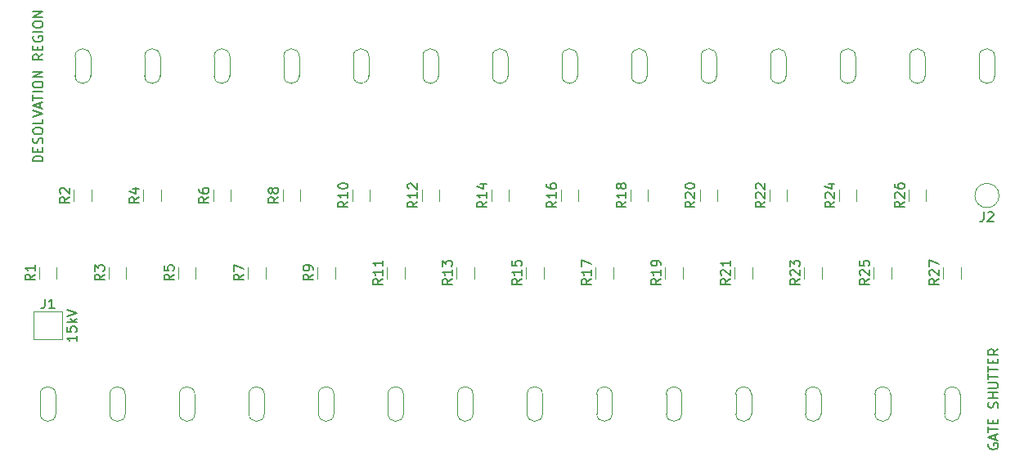
<source format=gto>
G04 #@! TF.GenerationSoftware,KiCad,Pcbnew,(5.1.5-0)*
G04 #@! TF.CreationDate,2020-06-12T16:48:31+02:00*
G04 #@! TF.ProjectId,Divider1,44697669-6465-4723-912e-6b696361645f,rev?*
G04 #@! TF.SameCoordinates,Original*
G04 #@! TF.FileFunction,Legend,Top*
G04 #@! TF.FilePolarity,Positive*
%FSLAX46Y46*%
G04 Gerber Fmt 4.6, Leading zero omitted, Abs format (unit mm)*
G04 Created by KiCad (PCBNEW (5.1.5-0)) date 2020-06-12 16:48:31*
%MOMM*%
%LPD*%
G04 APERTURE LIST*
%ADD10C,0.150000*%
%ADD11C,0.120000*%
G04 APERTURE END LIST*
D10*
X148400000Y-97719047D02*
X148352380Y-97814285D01*
X148352380Y-97957142D01*
X148400000Y-98100000D01*
X148495238Y-98195238D01*
X148590476Y-98242857D01*
X148780952Y-98290476D01*
X148923809Y-98290476D01*
X149114285Y-98242857D01*
X149209523Y-98195238D01*
X149304761Y-98100000D01*
X149352380Y-97957142D01*
X149352380Y-97861904D01*
X149304761Y-97719047D01*
X149257142Y-97671428D01*
X148923809Y-97671428D01*
X148923809Y-97861904D01*
X149066666Y-97290476D02*
X149066666Y-96814285D01*
X149352380Y-97385714D02*
X148352380Y-97052380D01*
X149352380Y-96719047D01*
X148352380Y-96528571D02*
X148352380Y-95957142D01*
X149352380Y-96242857D02*
X148352380Y-96242857D01*
X148828571Y-95623809D02*
X148828571Y-95290476D01*
X149352380Y-95147619D02*
X149352380Y-95623809D01*
X148352380Y-95623809D01*
X148352380Y-95147619D01*
X149304761Y-94004761D02*
X149352380Y-93861904D01*
X149352380Y-93623809D01*
X149304761Y-93528571D01*
X149257142Y-93480952D01*
X149161904Y-93433333D01*
X149066666Y-93433333D01*
X148971428Y-93480952D01*
X148923809Y-93528571D01*
X148876190Y-93623809D01*
X148828571Y-93814285D01*
X148780952Y-93909523D01*
X148733333Y-93957142D01*
X148638095Y-94004761D01*
X148542857Y-94004761D01*
X148447619Y-93957142D01*
X148400000Y-93909523D01*
X148352380Y-93814285D01*
X148352380Y-93576190D01*
X148400000Y-93433333D01*
X149352380Y-93004761D02*
X148352380Y-93004761D01*
X148828571Y-93004761D02*
X148828571Y-92433333D01*
X149352380Y-92433333D02*
X148352380Y-92433333D01*
X148352380Y-91957142D02*
X149161904Y-91957142D01*
X149257142Y-91909523D01*
X149304761Y-91861904D01*
X149352380Y-91766666D01*
X149352380Y-91576190D01*
X149304761Y-91480952D01*
X149257142Y-91433333D01*
X149161904Y-91385714D01*
X148352380Y-91385714D01*
X148352380Y-91052380D02*
X148352380Y-90480952D01*
X149352380Y-90766666D02*
X148352380Y-90766666D01*
X148352380Y-90290476D02*
X148352380Y-89719047D01*
X149352380Y-90004761D02*
X148352380Y-90004761D01*
X148828571Y-89385714D02*
X148828571Y-89052380D01*
X149352380Y-88909523D02*
X149352380Y-89385714D01*
X148352380Y-89385714D01*
X148352380Y-88909523D01*
X149352380Y-87909523D02*
X148876190Y-88242857D01*
X149352380Y-88480952D02*
X148352380Y-88480952D01*
X148352380Y-88100000D01*
X148400000Y-88004761D01*
X148447619Y-87957142D01*
X148542857Y-87909523D01*
X148685714Y-87909523D01*
X148780952Y-87957142D01*
X148828571Y-88004761D01*
X148876190Y-88100000D01*
X148876190Y-88480952D01*
X50452380Y-68461904D02*
X49452380Y-68461904D01*
X49452380Y-68223809D01*
X49500000Y-68080952D01*
X49595238Y-67985714D01*
X49690476Y-67938095D01*
X49880952Y-67890476D01*
X50023809Y-67890476D01*
X50214285Y-67938095D01*
X50309523Y-67985714D01*
X50404761Y-68080952D01*
X50452380Y-68223809D01*
X50452380Y-68461904D01*
X49928571Y-67461904D02*
X49928571Y-67128571D01*
X50452380Y-66985714D02*
X50452380Y-67461904D01*
X49452380Y-67461904D01*
X49452380Y-66985714D01*
X50404761Y-66604761D02*
X50452380Y-66461904D01*
X50452380Y-66223809D01*
X50404761Y-66128571D01*
X50357142Y-66080952D01*
X50261904Y-66033333D01*
X50166666Y-66033333D01*
X50071428Y-66080952D01*
X50023809Y-66128571D01*
X49976190Y-66223809D01*
X49928571Y-66414285D01*
X49880952Y-66509523D01*
X49833333Y-66557142D01*
X49738095Y-66604761D01*
X49642857Y-66604761D01*
X49547619Y-66557142D01*
X49500000Y-66509523D01*
X49452380Y-66414285D01*
X49452380Y-66176190D01*
X49500000Y-66033333D01*
X49452380Y-65414285D02*
X49452380Y-65223809D01*
X49500000Y-65128571D01*
X49595238Y-65033333D01*
X49785714Y-64985714D01*
X50119047Y-64985714D01*
X50309523Y-65033333D01*
X50404761Y-65128571D01*
X50452380Y-65223809D01*
X50452380Y-65414285D01*
X50404761Y-65509523D01*
X50309523Y-65604761D01*
X50119047Y-65652380D01*
X49785714Y-65652380D01*
X49595238Y-65604761D01*
X49500000Y-65509523D01*
X49452380Y-65414285D01*
X50452380Y-64080952D02*
X50452380Y-64557142D01*
X49452380Y-64557142D01*
X49452380Y-63890476D02*
X50452380Y-63557142D01*
X49452380Y-63223809D01*
X50166666Y-62938095D02*
X50166666Y-62461904D01*
X50452380Y-63033333D02*
X49452380Y-62700000D01*
X50452380Y-62366666D01*
X49452380Y-62176190D02*
X49452380Y-61604761D01*
X50452380Y-61890476D02*
X49452380Y-61890476D01*
X50452380Y-61271428D02*
X49452380Y-61271428D01*
X49452380Y-60604761D02*
X49452380Y-60414285D01*
X49500000Y-60319047D01*
X49595238Y-60223809D01*
X49785714Y-60176190D01*
X50119047Y-60176190D01*
X50309523Y-60223809D01*
X50404761Y-60319047D01*
X50452380Y-60414285D01*
X50452380Y-60604761D01*
X50404761Y-60700000D01*
X50309523Y-60795238D01*
X50119047Y-60842857D01*
X49785714Y-60842857D01*
X49595238Y-60795238D01*
X49500000Y-60700000D01*
X49452380Y-60604761D01*
X50452380Y-59747619D02*
X49452380Y-59747619D01*
X50452380Y-59176190D01*
X49452380Y-59176190D01*
X50452380Y-57366666D02*
X49976190Y-57700000D01*
X50452380Y-57938095D02*
X49452380Y-57938095D01*
X49452380Y-57557142D01*
X49500000Y-57461904D01*
X49547619Y-57414285D01*
X49642857Y-57366666D01*
X49785714Y-57366666D01*
X49880952Y-57414285D01*
X49928571Y-57461904D01*
X49976190Y-57557142D01*
X49976190Y-57938095D01*
X49928571Y-56938095D02*
X49928571Y-56604761D01*
X50452380Y-56461904D02*
X50452380Y-56938095D01*
X49452380Y-56938095D01*
X49452380Y-56461904D01*
X49500000Y-55509523D02*
X49452380Y-55604761D01*
X49452380Y-55747619D01*
X49500000Y-55890476D01*
X49595238Y-55985714D01*
X49690476Y-56033333D01*
X49880952Y-56080952D01*
X50023809Y-56080952D01*
X50214285Y-56033333D01*
X50309523Y-55985714D01*
X50404761Y-55890476D01*
X50452380Y-55747619D01*
X50452380Y-55652380D01*
X50404761Y-55509523D01*
X50357142Y-55461904D01*
X50023809Y-55461904D01*
X50023809Y-55652380D01*
X50452380Y-55033333D02*
X49452380Y-55033333D01*
X49452380Y-54366666D02*
X49452380Y-54176190D01*
X49500000Y-54080952D01*
X49595238Y-53985714D01*
X49785714Y-53938095D01*
X50119047Y-53938095D01*
X50309523Y-53985714D01*
X50404761Y-54080952D01*
X50452380Y-54176190D01*
X50452380Y-54366666D01*
X50404761Y-54461904D01*
X50309523Y-54557142D01*
X50119047Y-54604761D01*
X49785714Y-54604761D01*
X49595238Y-54557142D01*
X49500000Y-54461904D01*
X49452380Y-54366666D01*
X50452380Y-53509523D02*
X49452380Y-53509523D01*
X50452380Y-52938095D01*
X49452380Y-52938095D01*
X53952380Y-86523809D02*
X53952380Y-87095238D01*
X53952380Y-86809523D02*
X52952380Y-86809523D01*
X53095238Y-86904761D01*
X53190476Y-87000000D01*
X53238095Y-87095238D01*
X52952380Y-85619047D02*
X52952380Y-86095238D01*
X53428571Y-86142857D01*
X53380952Y-86095238D01*
X53333333Y-86000000D01*
X53333333Y-85761904D01*
X53380952Y-85666666D01*
X53428571Y-85619047D01*
X53523809Y-85571428D01*
X53761904Y-85571428D01*
X53857142Y-85619047D01*
X53904761Y-85666666D01*
X53952380Y-85761904D01*
X53952380Y-86000000D01*
X53904761Y-86095238D01*
X53857142Y-86142857D01*
X53952380Y-85142857D02*
X52952380Y-85142857D01*
X53571428Y-85047619D02*
X53952380Y-84761904D01*
X53285714Y-84761904D02*
X53666666Y-85142857D01*
X52952380Y-84476190D02*
X53952380Y-84142857D01*
X52952380Y-83809523D01*
D11*
X149451000Y-72000000D02*
G75*
G03X149451000Y-72000000I-1251000J0D01*
G01*
X52500000Y-84050000D02*
X49500000Y-84050000D01*
X52500000Y-86900000D02*
X52500000Y-84050000D01*
X49500000Y-86900000D02*
X49500000Y-84050000D01*
X52500000Y-86900000D02*
X49500000Y-86900000D01*
X51800000Y-94600000D02*
G75*
G02X50200000Y-94600000I-800000J0D01*
G01*
X50200000Y-92600000D02*
G75*
G02X51800000Y-92600000I800000J0D01*
G01*
X51800000Y-92600000D02*
X51800000Y-94600000D01*
X50200000Y-94600000D02*
X50200000Y-92600000D01*
X51910000Y-80602064D02*
X51910000Y-79397936D01*
X50090000Y-80602064D02*
X50090000Y-79397936D01*
X149000000Y-59600000D02*
G75*
G02X147400000Y-59600000I-800000J0D01*
G01*
X147400000Y-57600000D02*
G75*
G02X149000000Y-57600000I800000J0D01*
G01*
X149000000Y-57600000D02*
X149000000Y-59600000D01*
X147400000Y-59600000D02*
X147400000Y-57600000D01*
X141800000Y-59600000D02*
G75*
G02X140200000Y-59600000I-800000J0D01*
G01*
X140200000Y-57600000D02*
G75*
G02X141800000Y-57600000I800000J0D01*
G01*
X141800000Y-57600000D02*
X141800000Y-59600000D01*
X140200000Y-59600000D02*
X140200000Y-57600000D01*
X134600000Y-59600000D02*
G75*
G02X133000000Y-59600000I-800000J0D01*
G01*
X133000000Y-57600000D02*
G75*
G02X134600000Y-57600000I800000J0D01*
G01*
X134600000Y-57600000D02*
X134600000Y-59600000D01*
X133000000Y-59600000D02*
X133000000Y-57600000D01*
X127400000Y-59600000D02*
G75*
G02X125800000Y-59600000I-800000J0D01*
G01*
X125800000Y-57600000D02*
G75*
G02X127400000Y-57600000I800000J0D01*
G01*
X127400000Y-57600000D02*
X127400000Y-59600000D01*
X125800000Y-59600000D02*
X125800000Y-57600000D01*
X120200000Y-59600000D02*
G75*
G02X118600000Y-59600000I-800000J0D01*
G01*
X118600000Y-57600000D02*
G75*
G02X120200000Y-57600000I800000J0D01*
G01*
X120200000Y-57600000D02*
X120200000Y-59600000D01*
X118600000Y-59600000D02*
X118600000Y-57600000D01*
X113000000Y-59600000D02*
G75*
G02X111400000Y-59600000I-800000J0D01*
G01*
X111400000Y-57600000D02*
G75*
G02X113000000Y-57600000I800000J0D01*
G01*
X113000000Y-57600000D02*
X113000000Y-59600000D01*
X111400000Y-59600000D02*
X111400000Y-57600000D01*
X105800000Y-59600000D02*
G75*
G02X104200000Y-59600000I-800000J0D01*
G01*
X104200000Y-57600000D02*
G75*
G02X105800000Y-57600000I800000J0D01*
G01*
X105800000Y-57600000D02*
X105800000Y-59600000D01*
X104200000Y-59600000D02*
X104200000Y-57600000D01*
X98600000Y-59600000D02*
G75*
G02X97000000Y-59600000I-800000J0D01*
G01*
X97000000Y-57600000D02*
G75*
G02X98600000Y-57600000I800000J0D01*
G01*
X98600000Y-57600000D02*
X98600000Y-59600000D01*
X97000000Y-59600000D02*
X97000000Y-57600000D01*
X91400000Y-59600000D02*
G75*
G02X89800000Y-59600000I-800000J0D01*
G01*
X89800000Y-57600000D02*
G75*
G02X91400000Y-57600000I800000J0D01*
G01*
X91400000Y-57600000D02*
X91400000Y-59600000D01*
X89800000Y-59600000D02*
X89800000Y-57600000D01*
X84200000Y-59600000D02*
G75*
G02X82600000Y-59600000I-800000J0D01*
G01*
X82600000Y-57600000D02*
G75*
G02X84200000Y-57600000I800000J0D01*
G01*
X84200000Y-57600000D02*
X84200000Y-59600000D01*
X82600000Y-59600000D02*
X82600000Y-57600000D01*
X77000000Y-59600000D02*
G75*
G02X75400000Y-59600000I-800000J0D01*
G01*
X75400000Y-57600000D02*
G75*
G02X77000000Y-57600000I800000J0D01*
G01*
X77000000Y-57600000D02*
X77000000Y-59600000D01*
X75400000Y-59600000D02*
X75400000Y-57600000D01*
X69800000Y-59600000D02*
G75*
G02X68200000Y-59600000I-800000J0D01*
G01*
X68200000Y-57600000D02*
G75*
G02X69800000Y-57600000I800000J0D01*
G01*
X69800000Y-57600000D02*
X69800000Y-59600000D01*
X68200000Y-59600000D02*
X68200000Y-57600000D01*
X62600000Y-59600000D02*
G75*
G02X61000000Y-59600000I-800000J0D01*
G01*
X61000000Y-57600000D02*
G75*
G02X62600000Y-57600000I800000J0D01*
G01*
X62600000Y-57600000D02*
X62600000Y-59600000D01*
X61000000Y-59600000D02*
X61000000Y-57600000D01*
X55400000Y-59600000D02*
G75*
G02X53800000Y-59600000I-800000J0D01*
G01*
X53800000Y-57600000D02*
G75*
G02X55400000Y-57600000I800000J0D01*
G01*
X55400000Y-57600000D02*
X55400000Y-59600000D01*
X53800000Y-59600000D02*
X53800000Y-57600000D01*
X143800000Y-94600000D02*
X143800000Y-92600000D01*
X145400000Y-92600000D02*
X145400000Y-94600000D01*
X143800000Y-92600000D02*
G75*
G02X145400000Y-92600000I800000J0D01*
G01*
X145400000Y-94600000D02*
G75*
G02X143800000Y-94600000I-800000J0D01*
G01*
X136600000Y-94600000D02*
X136600000Y-92600000D01*
X138200000Y-92600000D02*
X138200000Y-94600000D01*
X136600000Y-92600000D02*
G75*
G02X138200000Y-92600000I800000J0D01*
G01*
X138200000Y-94600000D02*
G75*
G02X136600000Y-94600000I-800000J0D01*
G01*
X129400000Y-94600000D02*
X129400000Y-92600000D01*
X131000000Y-92600000D02*
X131000000Y-94600000D01*
X129400000Y-92600000D02*
G75*
G02X131000000Y-92600000I800000J0D01*
G01*
X131000000Y-94600000D02*
G75*
G02X129400000Y-94600000I-800000J0D01*
G01*
X122200000Y-94600000D02*
X122200000Y-92600000D01*
X123800000Y-92600000D02*
X123800000Y-94600000D01*
X122200000Y-92600000D02*
G75*
G02X123800000Y-92600000I800000J0D01*
G01*
X123800000Y-94600000D02*
G75*
G02X122200000Y-94600000I-800000J0D01*
G01*
X115000000Y-94600000D02*
X115000000Y-92600000D01*
X116600000Y-92600000D02*
X116600000Y-94600000D01*
X115000000Y-92600000D02*
G75*
G02X116600000Y-92600000I800000J0D01*
G01*
X116600000Y-94600000D02*
G75*
G02X115000000Y-94600000I-800000J0D01*
G01*
X107800000Y-94600000D02*
X107800000Y-92600000D01*
X109400000Y-92600000D02*
X109400000Y-94600000D01*
X107800000Y-92600000D02*
G75*
G02X109400000Y-92600000I800000J0D01*
G01*
X109400000Y-94600000D02*
G75*
G02X107800000Y-94600000I-800000J0D01*
G01*
X100600000Y-94600000D02*
X100600000Y-92600000D01*
X102200000Y-92600000D02*
X102200000Y-94600000D01*
X100600000Y-92600000D02*
G75*
G02X102200000Y-92600000I800000J0D01*
G01*
X102200000Y-94600000D02*
G75*
G02X100600000Y-94600000I-800000J0D01*
G01*
X93400000Y-94600000D02*
X93400000Y-92600000D01*
X95000000Y-92600000D02*
X95000000Y-94600000D01*
X93400000Y-92600000D02*
G75*
G02X95000000Y-92600000I800000J0D01*
G01*
X95000000Y-94600000D02*
G75*
G02X93400000Y-94600000I-800000J0D01*
G01*
X86200000Y-94600000D02*
X86200000Y-92600000D01*
X87800000Y-92600000D02*
X87800000Y-94600000D01*
X86200000Y-92600000D02*
G75*
G02X87800000Y-92600000I800000J0D01*
G01*
X87800000Y-94600000D02*
G75*
G02X86200000Y-94600000I-800000J0D01*
G01*
X79000000Y-94600000D02*
X79000000Y-92600000D01*
X80600000Y-92600000D02*
X80600000Y-94600000D01*
X79000000Y-92600000D02*
G75*
G02X80600000Y-92600000I800000J0D01*
G01*
X80600000Y-94600000D02*
G75*
G02X79000000Y-94600000I-800000J0D01*
G01*
X71800000Y-94600000D02*
X71800000Y-92600000D01*
X73400000Y-92600000D02*
X73400000Y-94600000D01*
X71800000Y-92600000D02*
G75*
G02X73400000Y-92600000I800000J0D01*
G01*
X73400000Y-94600000D02*
G75*
G02X71800000Y-94600000I-800000J0D01*
G01*
X64600000Y-94600000D02*
X64600000Y-92600000D01*
X66200000Y-92600000D02*
X66200000Y-94600000D01*
X64600000Y-92600000D02*
G75*
G02X66200000Y-92600000I800000J0D01*
G01*
X66200000Y-94600000D02*
G75*
G02X64600000Y-94600000I-800000J0D01*
G01*
X57400000Y-94600000D02*
X57400000Y-92600000D01*
X59000000Y-92600000D02*
X59000000Y-94600000D01*
X57400000Y-92600000D02*
G75*
G02X59000000Y-92600000I800000J0D01*
G01*
X59000000Y-94600000D02*
G75*
G02X57400000Y-94600000I-800000J0D01*
G01*
X145510000Y-80602064D02*
X145510000Y-79397936D01*
X143690000Y-80602064D02*
X143690000Y-79397936D01*
X138310000Y-80602064D02*
X138310000Y-79397936D01*
X136490000Y-80602064D02*
X136490000Y-79397936D01*
X131110000Y-80602064D02*
X131110000Y-79397936D01*
X129290000Y-80602064D02*
X129290000Y-79397936D01*
X123910000Y-80602064D02*
X123910000Y-79397936D01*
X122090000Y-80602064D02*
X122090000Y-79397936D01*
X116710000Y-80602064D02*
X116710000Y-79397936D01*
X114890000Y-80602064D02*
X114890000Y-79397936D01*
X109510000Y-80602064D02*
X109510000Y-79397936D01*
X107690000Y-80602064D02*
X107690000Y-79397936D01*
X102310000Y-80602064D02*
X102310000Y-79397936D01*
X100490000Y-80602064D02*
X100490000Y-79397936D01*
X95110000Y-80602064D02*
X95110000Y-79397936D01*
X93290000Y-80602064D02*
X93290000Y-79397936D01*
X87910000Y-80602064D02*
X87910000Y-79397936D01*
X86090000Y-80602064D02*
X86090000Y-79397936D01*
X80710000Y-80602064D02*
X80710000Y-79397936D01*
X78890000Y-80602064D02*
X78890000Y-79397936D01*
X73510000Y-80602064D02*
X73510000Y-79397936D01*
X71690000Y-80602064D02*
X71690000Y-79397936D01*
X66310000Y-80602064D02*
X66310000Y-79397936D01*
X64490000Y-80602064D02*
X64490000Y-79397936D01*
X59110000Y-80602064D02*
X59110000Y-79397936D01*
X57290000Y-80602064D02*
X57290000Y-79397936D01*
X141910000Y-72602064D02*
X141910000Y-71397936D01*
X140090000Y-72602064D02*
X140090000Y-71397936D01*
X134710000Y-72602064D02*
X134710000Y-71397936D01*
X132890000Y-72602064D02*
X132890000Y-71397936D01*
X127510000Y-72602064D02*
X127510000Y-71397936D01*
X125690000Y-72602064D02*
X125690000Y-71397936D01*
X120310000Y-72602064D02*
X120310000Y-71397936D01*
X118490000Y-72602064D02*
X118490000Y-71397936D01*
X113110000Y-72602064D02*
X113110000Y-71397936D01*
X111290000Y-72602064D02*
X111290000Y-71397936D01*
X105910000Y-72602064D02*
X105910000Y-71397936D01*
X104090000Y-72602064D02*
X104090000Y-71397936D01*
X98710000Y-72602064D02*
X98710000Y-71397936D01*
X96890000Y-72602064D02*
X96890000Y-71397936D01*
X91510000Y-72602064D02*
X91510000Y-71397936D01*
X89690000Y-72602064D02*
X89690000Y-71397936D01*
X84310000Y-72602064D02*
X84310000Y-71397936D01*
X82490000Y-72602064D02*
X82490000Y-71397936D01*
X77110000Y-72602064D02*
X77110000Y-71397936D01*
X75290000Y-72602064D02*
X75290000Y-71397936D01*
X69910000Y-72602064D02*
X69910000Y-71397936D01*
X68090000Y-72602064D02*
X68090000Y-71397936D01*
X62710000Y-72602064D02*
X62710000Y-71397936D01*
X60890000Y-72602064D02*
X60890000Y-71397936D01*
X55510000Y-72602064D02*
X55510000Y-71397936D01*
X53690000Y-72602064D02*
X53690000Y-71397936D01*
D10*
X147866666Y-73702380D02*
X147866666Y-74416666D01*
X147819047Y-74559523D01*
X147723809Y-74654761D01*
X147580952Y-74702380D01*
X147485714Y-74702380D01*
X148295238Y-73797619D02*
X148342857Y-73750000D01*
X148438095Y-73702380D01*
X148676190Y-73702380D01*
X148771428Y-73750000D01*
X148819047Y-73797619D01*
X148866666Y-73892857D01*
X148866666Y-73988095D01*
X148819047Y-74130952D01*
X148247619Y-74702380D01*
X148866666Y-74702380D01*
X50666666Y-82702380D02*
X50666666Y-83416666D01*
X50619047Y-83559523D01*
X50523809Y-83654761D01*
X50380952Y-83702380D01*
X50285714Y-83702380D01*
X51666666Y-83702380D02*
X51095238Y-83702380D01*
X51380952Y-83702380D02*
X51380952Y-82702380D01*
X51285714Y-82845238D01*
X51190476Y-82940476D01*
X51095238Y-82988095D01*
X49632380Y-80166666D02*
X49156190Y-80500000D01*
X49632380Y-80738095D02*
X48632380Y-80738095D01*
X48632380Y-80357142D01*
X48680000Y-80261904D01*
X48727619Y-80214285D01*
X48822857Y-80166666D01*
X48965714Y-80166666D01*
X49060952Y-80214285D01*
X49108571Y-80261904D01*
X49156190Y-80357142D01*
X49156190Y-80738095D01*
X49632380Y-79214285D02*
X49632380Y-79785714D01*
X49632380Y-79500000D02*
X48632380Y-79500000D01*
X48775238Y-79595238D01*
X48870476Y-79690476D01*
X48918095Y-79785714D01*
X143232380Y-80642857D02*
X142756190Y-80976190D01*
X143232380Y-81214285D02*
X142232380Y-81214285D01*
X142232380Y-80833333D01*
X142280000Y-80738095D01*
X142327619Y-80690476D01*
X142422857Y-80642857D01*
X142565714Y-80642857D01*
X142660952Y-80690476D01*
X142708571Y-80738095D01*
X142756190Y-80833333D01*
X142756190Y-81214285D01*
X142327619Y-80261904D02*
X142280000Y-80214285D01*
X142232380Y-80119047D01*
X142232380Y-79880952D01*
X142280000Y-79785714D01*
X142327619Y-79738095D01*
X142422857Y-79690476D01*
X142518095Y-79690476D01*
X142660952Y-79738095D01*
X143232380Y-80309523D01*
X143232380Y-79690476D01*
X142232380Y-79357142D02*
X142232380Y-78690476D01*
X143232380Y-79119047D01*
X136032380Y-80642857D02*
X135556190Y-80976190D01*
X136032380Y-81214285D02*
X135032380Y-81214285D01*
X135032380Y-80833333D01*
X135080000Y-80738095D01*
X135127619Y-80690476D01*
X135222857Y-80642857D01*
X135365714Y-80642857D01*
X135460952Y-80690476D01*
X135508571Y-80738095D01*
X135556190Y-80833333D01*
X135556190Y-81214285D01*
X135127619Y-80261904D02*
X135080000Y-80214285D01*
X135032380Y-80119047D01*
X135032380Y-79880952D01*
X135080000Y-79785714D01*
X135127619Y-79738095D01*
X135222857Y-79690476D01*
X135318095Y-79690476D01*
X135460952Y-79738095D01*
X136032380Y-80309523D01*
X136032380Y-79690476D01*
X135032380Y-78785714D02*
X135032380Y-79261904D01*
X135508571Y-79309523D01*
X135460952Y-79261904D01*
X135413333Y-79166666D01*
X135413333Y-78928571D01*
X135460952Y-78833333D01*
X135508571Y-78785714D01*
X135603809Y-78738095D01*
X135841904Y-78738095D01*
X135937142Y-78785714D01*
X135984761Y-78833333D01*
X136032380Y-78928571D01*
X136032380Y-79166666D01*
X135984761Y-79261904D01*
X135937142Y-79309523D01*
X128832380Y-80642857D02*
X128356190Y-80976190D01*
X128832380Y-81214285D02*
X127832380Y-81214285D01*
X127832380Y-80833333D01*
X127880000Y-80738095D01*
X127927619Y-80690476D01*
X128022857Y-80642857D01*
X128165714Y-80642857D01*
X128260952Y-80690476D01*
X128308571Y-80738095D01*
X128356190Y-80833333D01*
X128356190Y-81214285D01*
X127927619Y-80261904D02*
X127880000Y-80214285D01*
X127832380Y-80119047D01*
X127832380Y-79880952D01*
X127880000Y-79785714D01*
X127927619Y-79738095D01*
X128022857Y-79690476D01*
X128118095Y-79690476D01*
X128260952Y-79738095D01*
X128832380Y-80309523D01*
X128832380Y-79690476D01*
X127832380Y-79357142D02*
X127832380Y-78738095D01*
X128213333Y-79071428D01*
X128213333Y-78928571D01*
X128260952Y-78833333D01*
X128308571Y-78785714D01*
X128403809Y-78738095D01*
X128641904Y-78738095D01*
X128737142Y-78785714D01*
X128784761Y-78833333D01*
X128832380Y-78928571D01*
X128832380Y-79214285D01*
X128784761Y-79309523D01*
X128737142Y-79357142D01*
X121632380Y-80642857D02*
X121156190Y-80976190D01*
X121632380Y-81214285D02*
X120632380Y-81214285D01*
X120632380Y-80833333D01*
X120680000Y-80738095D01*
X120727619Y-80690476D01*
X120822857Y-80642857D01*
X120965714Y-80642857D01*
X121060952Y-80690476D01*
X121108571Y-80738095D01*
X121156190Y-80833333D01*
X121156190Y-81214285D01*
X120727619Y-80261904D02*
X120680000Y-80214285D01*
X120632380Y-80119047D01*
X120632380Y-79880952D01*
X120680000Y-79785714D01*
X120727619Y-79738095D01*
X120822857Y-79690476D01*
X120918095Y-79690476D01*
X121060952Y-79738095D01*
X121632380Y-80309523D01*
X121632380Y-79690476D01*
X121632380Y-78738095D02*
X121632380Y-79309523D01*
X121632380Y-79023809D02*
X120632380Y-79023809D01*
X120775238Y-79119047D01*
X120870476Y-79214285D01*
X120918095Y-79309523D01*
X114432380Y-80642857D02*
X113956190Y-80976190D01*
X114432380Y-81214285D02*
X113432380Y-81214285D01*
X113432380Y-80833333D01*
X113480000Y-80738095D01*
X113527619Y-80690476D01*
X113622857Y-80642857D01*
X113765714Y-80642857D01*
X113860952Y-80690476D01*
X113908571Y-80738095D01*
X113956190Y-80833333D01*
X113956190Y-81214285D01*
X114432380Y-79690476D02*
X114432380Y-80261904D01*
X114432380Y-79976190D02*
X113432380Y-79976190D01*
X113575238Y-80071428D01*
X113670476Y-80166666D01*
X113718095Y-80261904D01*
X114432380Y-79214285D02*
X114432380Y-79023809D01*
X114384761Y-78928571D01*
X114337142Y-78880952D01*
X114194285Y-78785714D01*
X114003809Y-78738095D01*
X113622857Y-78738095D01*
X113527619Y-78785714D01*
X113480000Y-78833333D01*
X113432380Y-78928571D01*
X113432380Y-79119047D01*
X113480000Y-79214285D01*
X113527619Y-79261904D01*
X113622857Y-79309523D01*
X113860952Y-79309523D01*
X113956190Y-79261904D01*
X114003809Y-79214285D01*
X114051428Y-79119047D01*
X114051428Y-78928571D01*
X114003809Y-78833333D01*
X113956190Y-78785714D01*
X113860952Y-78738095D01*
X107232380Y-80642857D02*
X106756190Y-80976190D01*
X107232380Y-81214285D02*
X106232380Y-81214285D01*
X106232380Y-80833333D01*
X106280000Y-80738095D01*
X106327619Y-80690476D01*
X106422857Y-80642857D01*
X106565714Y-80642857D01*
X106660952Y-80690476D01*
X106708571Y-80738095D01*
X106756190Y-80833333D01*
X106756190Y-81214285D01*
X107232380Y-79690476D02*
X107232380Y-80261904D01*
X107232380Y-79976190D02*
X106232380Y-79976190D01*
X106375238Y-80071428D01*
X106470476Y-80166666D01*
X106518095Y-80261904D01*
X106232380Y-79357142D02*
X106232380Y-78690476D01*
X107232380Y-79119047D01*
X100032380Y-80642857D02*
X99556190Y-80976190D01*
X100032380Y-81214285D02*
X99032380Y-81214285D01*
X99032380Y-80833333D01*
X99080000Y-80738095D01*
X99127619Y-80690476D01*
X99222857Y-80642857D01*
X99365714Y-80642857D01*
X99460952Y-80690476D01*
X99508571Y-80738095D01*
X99556190Y-80833333D01*
X99556190Y-81214285D01*
X100032380Y-79690476D02*
X100032380Y-80261904D01*
X100032380Y-79976190D02*
X99032380Y-79976190D01*
X99175238Y-80071428D01*
X99270476Y-80166666D01*
X99318095Y-80261904D01*
X99032380Y-78785714D02*
X99032380Y-79261904D01*
X99508571Y-79309523D01*
X99460952Y-79261904D01*
X99413333Y-79166666D01*
X99413333Y-78928571D01*
X99460952Y-78833333D01*
X99508571Y-78785714D01*
X99603809Y-78738095D01*
X99841904Y-78738095D01*
X99937142Y-78785714D01*
X99984761Y-78833333D01*
X100032380Y-78928571D01*
X100032380Y-79166666D01*
X99984761Y-79261904D01*
X99937142Y-79309523D01*
X92832380Y-80642857D02*
X92356190Y-80976190D01*
X92832380Y-81214285D02*
X91832380Y-81214285D01*
X91832380Y-80833333D01*
X91880000Y-80738095D01*
X91927619Y-80690476D01*
X92022857Y-80642857D01*
X92165714Y-80642857D01*
X92260952Y-80690476D01*
X92308571Y-80738095D01*
X92356190Y-80833333D01*
X92356190Y-81214285D01*
X92832380Y-79690476D02*
X92832380Y-80261904D01*
X92832380Y-79976190D02*
X91832380Y-79976190D01*
X91975238Y-80071428D01*
X92070476Y-80166666D01*
X92118095Y-80261904D01*
X91832380Y-79357142D02*
X91832380Y-78738095D01*
X92213333Y-79071428D01*
X92213333Y-78928571D01*
X92260952Y-78833333D01*
X92308571Y-78785714D01*
X92403809Y-78738095D01*
X92641904Y-78738095D01*
X92737142Y-78785714D01*
X92784761Y-78833333D01*
X92832380Y-78928571D01*
X92832380Y-79214285D01*
X92784761Y-79309523D01*
X92737142Y-79357142D01*
X85632380Y-80642857D02*
X85156190Y-80976190D01*
X85632380Y-81214285D02*
X84632380Y-81214285D01*
X84632380Y-80833333D01*
X84680000Y-80738095D01*
X84727619Y-80690476D01*
X84822857Y-80642857D01*
X84965714Y-80642857D01*
X85060952Y-80690476D01*
X85108571Y-80738095D01*
X85156190Y-80833333D01*
X85156190Y-81214285D01*
X85632380Y-79690476D02*
X85632380Y-80261904D01*
X85632380Y-79976190D02*
X84632380Y-79976190D01*
X84775238Y-80071428D01*
X84870476Y-80166666D01*
X84918095Y-80261904D01*
X85632380Y-78738095D02*
X85632380Y-79309523D01*
X85632380Y-79023809D02*
X84632380Y-79023809D01*
X84775238Y-79119047D01*
X84870476Y-79214285D01*
X84918095Y-79309523D01*
X78432380Y-80166666D02*
X77956190Y-80500000D01*
X78432380Y-80738095D02*
X77432380Y-80738095D01*
X77432380Y-80357142D01*
X77480000Y-80261904D01*
X77527619Y-80214285D01*
X77622857Y-80166666D01*
X77765714Y-80166666D01*
X77860952Y-80214285D01*
X77908571Y-80261904D01*
X77956190Y-80357142D01*
X77956190Y-80738095D01*
X78432380Y-79690476D02*
X78432380Y-79500000D01*
X78384761Y-79404761D01*
X78337142Y-79357142D01*
X78194285Y-79261904D01*
X78003809Y-79214285D01*
X77622857Y-79214285D01*
X77527619Y-79261904D01*
X77480000Y-79309523D01*
X77432380Y-79404761D01*
X77432380Y-79595238D01*
X77480000Y-79690476D01*
X77527619Y-79738095D01*
X77622857Y-79785714D01*
X77860952Y-79785714D01*
X77956190Y-79738095D01*
X78003809Y-79690476D01*
X78051428Y-79595238D01*
X78051428Y-79404761D01*
X78003809Y-79309523D01*
X77956190Y-79261904D01*
X77860952Y-79214285D01*
X71232380Y-80166666D02*
X70756190Y-80500000D01*
X71232380Y-80738095D02*
X70232380Y-80738095D01*
X70232380Y-80357142D01*
X70280000Y-80261904D01*
X70327619Y-80214285D01*
X70422857Y-80166666D01*
X70565714Y-80166666D01*
X70660952Y-80214285D01*
X70708571Y-80261904D01*
X70756190Y-80357142D01*
X70756190Y-80738095D01*
X70232380Y-79833333D02*
X70232380Y-79166666D01*
X71232380Y-79595238D01*
X64032380Y-80166666D02*
X63556190Y-80500000D01*
X64032380Y-80738095D02*
X63032380Y-80738095D01*
X63032380Y-80357142D01*
X63080000Y-80261904D01*
X63127619Y-80214285D01*
X63222857Y-80166666D01*
X63365714Y-80166666D01*
X63460952Y-80214285D01*
X63508571Y-80261904D01*
X63556190Y-80357142D01*
X63556190Y-80738095D01*
X63032380Y-79261904D02*
X63032380Y-79738095D01*
X63508571Y-79785714D01*
X63460952Y-79738095D01*
X63413333Y-79642857D01*
X63413333Y-79404761D01*
X63460952Y-79309523D01*
X63508571Y-79261904D01*
X63603809Y-79214285D01*
X63841904Y-79214285D01*
X63937142Y-79261904D01*
X63984761Y-79309523D01*
X64032380Y-79404761D01*
X64032380Y-79642857D01*
X63984761Y-79738095D01*
X63937142Y-79785714D01*
X56832380Y-80166666D02*
X56356190Y-80500000D01*
X56832380Y-80738095D02*
X55832380Y-80738095D01*
X55832380Y-80357142D01*
X55880000Y-80261904D01*
X55927619Y-80214285D01*
X56022857Y-80166666D01*
X56165714Y-80166666D01*
X56260952Y-80214285D01*
X56308571Y-80261904D01*
X56356190Y-80357142D01*
X56356190Y-80738095D01*
X55832380Y-79833333D02*
X55832380Y-79214285D01*
X56213333Y-79547619D01*
X56213333Y-79404761D01*
X56260952Y-79309523D01*
X56308571Y-79261904D01*
X56403809Y-79214285D01*
X56641904Y-79214285D01*
X56737142Y-79261904D01*
X56784761Y-79309523D01*
X56832380Y-79404761D01*
X56832380Y-79690476D01*
X56784761Y-79785714D01*
X56737142Y-79833333D01*
X139632380Y-72642857D02*
X139156190Y-72976190D01*
X139632380Y-73214285D02*
X138632380Y-73214285D01*
X138632380Y-72833333D01*
X138680000Y-72738095D01*
X138727619Y-72690476D01*
X138822857Y-72642857D01*
X138965714Y-72642857D01*
X139060952Y-72690476D01*
X139108571Y-72738095D01*
X139156190Y-72833333D01*
X139156190Y-73214285D01*
X138727619Y-72261904D02*
X138680000Y-72214285D01*
X138632380Y-72119047D01*
X138632380Y-71880952D01*
X138680000Y-71785714D01*
X138727619Y-71738095D01*
X138822857Y-71690476D01*
X138918095Y-71690476D01*
X139060952Y-71738095D01*
X139632380Y-72309523D01*
X139632380Y-71690476D01*
X138632380Y-70833333D02*
X138632380Y-71023809D01*
X138680000Y-71119047D01*
X138727619Y-71166666D01*
X138870476Y-71261904D01*
X139060952Y-71309523D01*
X139441904Y-71309523D01*
X139537142Y-71261904D01*
X139584761Y-71214285D01*
X139632380Y-71119047D01*
X139632380Y-70928571D01*
X139584761Y-70833333D01*
X139537142Y-70785714D01*
X139441904Y-70738095D01*
X139203809Y-70738095D01*
X139108571Y-70785714D01*
X139060952Y-70833333D01*
X139013333Y-70928571D01*
X139013333Y-71119047D01*
X139060952Y-71214285D01*
X139108571Y-71261904D01*
X139203809Y-71309523D01*
X132432380Y-72642857D02*
X131956190Y-72976190D01*
X132432380Y-73214285D02*
X131432380Y-73214285D01*
X131432380Y-72833333D01*
X131480000Y-72738095D01*
X131527619Y-72690476D01*
X131622857Y-72642857D01*
X131765714Y-72642857D01*
X131860952Y-72690476D01*
X131908571Y-72738095D01*
X131956190Y-72833333D01*
X131956190Y-73214285D01*
X131527619Y-72261904D02*
X131480000Y-72214285D01*
X131432380Y-72119047D01*
X131432380Y-71880952D01*
X131480000Y-71785714D01*
X131527619Y-71738095D01*
X131622857Y-71690476D01*
X131718095Y-71690476D01*
X131860952Y-71738095D01*
X132432380Y-72309523D01*
X132432380Y-71690476D01*
X131765714Y-70833333D02*
X132432380Y-70833333D01*
X131384761Y-71071428D02*
X132099047Y-71309523D01*
X132099047Y-70690476D01*
X125232380Y-72642857D02*
X124756190Y-72976190D01*
X125232380Y-73214285D02*
X124232380Y-73214285D01*
X124232380Y-72833333D01*
X124280000Y-72738095D01*
X124327619Y-72690476D01*
X124422857Y-72642857D01*
X124565714Y-72642857D01*
X124660952Y-72690476D01*
X124708571Y-72738095D01*
X124756190Y-72833333D01*
X124756190Y-73214285D01*
X124327619Y-72261904D02*
X124280000Y-72214285D01*
X124232380Y-72119047D01*
X124232380Y-71880952D01*
X124280000Y-71785714D01*
X124327619Y-71738095D01*
X124422857Y-71690476D01*
X124518095Y-71690476D01*
X124660952Y-71738095D01*
X125232380Y-72309523D01*
X125232380Y-71690476D01*
X124327619Y-71309523D02*
X124280000Y-71261904D01*
X124232380Y-71166666D01*
X124232380Y-70928571D01*
X124280000Y-70833333D01*
X124327619Y-70785714D01*
X124422857Y-70738095D01*
X124518095Y-70738095D01*
X124660952Y-70785714D01*
X125232380Y-71357142D01*
X125232380Y-70738095D01*
X117952380Y-72642857D02*
X117476190Y-72976190D01*
X117952380Y-73214285D02*
X116952380Y-73214285D01*
X116952380Y-72833333D01*
X117000000Y-72738095D01*
X117047619Y-72690476D01*
X117142857Y-72642857D01*
X117285714Y-72642857D01*
X117380952Y-72690476D01*
X117428571Y-72738095D01*
X117476190Y-72833333D01*
X117476190Y-73214285D01*
X117047619Y-72261904D02*
X117000000Y-72214285D01*
X116952380Y-72119047D01*
X116952380Y-71880952D01*
X117000000Y-71785714D01*
X117047619Y-71738095D01*
X117142857Y-71690476D01*
X117238095Y-71690476D01*
X117380952Y-71738095D01*
X117952380Y-72309523D01*
X117952380Y-71690476D01*
X116952380Y-71071428D02*
X116952380Y-70976190D01*
X117000000Y-70880952D01*
X117047619Y-70833333D01*
X117142857Y-70785714D01*
X117333333Y-70738095D01*
X117571428Y-70738095D01*
X117761904Y-70785714D01*
X117857142Y-70833333D01*
X117904761Y-70880952D01*
X117952380Y-70976190D01*
X117952380Y-71071428D01*
X117904761Y-71166666D01*
X117857142Y-71214285D01*
X117761904Y-71261904D01*
X117571428Y-71309523D01*
X117333333Y-71309523D01*
X117142857Y-71261904D01*
X117047619Y-71214285D01*
X117000000Y-71166666D01*
X116952380Y-71071428D01*
X110832380Y-72642857D02*
X110356190Y-72976190D01*
X110832380Y-73214285D02*
X109832380Y-73214285D01*
X109832380Y-72833333D01*
X109880000Y-72738095D01*
X109927619Y-72690476D01*
X110022857Y-72642857D01*
X110165714Y-72642857D01*
X110260952Y-72690476D01*
X110308571Y-72738095D01*
X110356190Y-72833333D01*
X110356190Y-73214285D01*
X110832380Y-71690476D02*
X110832380Y-72261904D01*
X110832380Y-71976190D02*
X109832380Y-71976190D01*
X109975238Y-72071428D01*
X110070476Y-72166666D01*
X110118095Y-72261904D01*
X110260952Y-71119047D02*
X110213333Y-71214285D01*
X110165714Y-71261904D01*
X110070476Y-71309523D01*
X110022857Y-71309523D01*
X109927619Y-71261904D01*
X109880000Y-71214285D01*
X109832380Y-71119047D01*
X109832380Y-70928571D01*
X109880000Y-70833333D01*
X109927619Y-70785714D01*
X110022857Y-70738095D01*
X110070476Y-70738095D01*
X110165714Y-70785714D01*
X110213333Y-70833333D01*
X110260952Y-70928571D01*
X110260952Y-71119047D01*
X110308571Y-71214285D01*
X110356190Y-71261904D01*
X110451428Y-71309523D01*
X110641904Y-71309523D01*
X110737142Y-71261904D01*
X110784761Y-71214285D01*
X110832380Y-71119047D01*
X110832380Y-70928571D01*
X110784761Y-70833333D01*
X110737142Y-70785714D01*
X110641904Y-70738095D01*
X110451428Y-70738095D01*
X110356190Y-70785714D01*
X110308571Y-70833333D01*
X110260952Y-70928571D01*
X103632380Y-72642857D02*
X103156190Y-72976190D01*
X103632380Y-73214285D02*
X102632380Y-73214285D01*
X102632380Y-72833333D01*
X102680000Y-72738095D01*
X102727619Y-72690476D01*
X102822857Y-72642857D01*
X102965714Y-72642857D01*
X103060952Y-72690476D01*
X103108571Y-72738095D01*
X103156190Y-72833333D01*
X103156190Y-73214285D01*
X103632380Y-71690476D02*
X103632380Y-72261904D01*
X103632380Y-71976190D02*
X102632380Y-71976190D01*
X102775238Y-72071428D01*
X102870476Y-72166666D01*
X102918095Y-72261904D01*
X102632380Y-70833333D02*
X102632380Y-71023809D01*
X102680000Y-71119047D01*
X102727619Y-71166666D01*
X102870476Y-71261904D01*
X103060952Y-71309523D01*
X103441904Y-71309523D01*
X103537142Y-71261904D01*
X103584761Y-71214285D01*
X103632380Y-71119047D01*
X103632380Y-70928571D01*
X103584761Y-70833333D01*
X103537142Y-70785714D01*
X103441904Y-70738095D01*
X103203809Y-70738095D01*
X103108571Y-70785714D01*
X103060952Y-70833333D01*
X103013333Y-70928571D01*
X103013333Y-71119047D01*
X103060952Y-71214285D01*
X103108571Y-71261904D01*
X103203809Y-71309523D01*
X96432380Y-72642857D02*
X95956190Y-72976190D01*
X96432380Y-73214285D02*
X95432380Y-73214285D01*
X95432380Y-72833333D01*
X95480000Y-72738095D01*
X95527619Y-72690476D01*
X95622857Y-72642857D01*
X95765714Y-72642857D01*
X95860952Y-72690476D01*
X95908571Y-72738095D01*
X95956190Y-72833333D01*
X95956190Y-73214285D01*
X96432380Y-71690476D02*
X96432380Y-72261904D01*
X96432380Y-71976190D02*
X95432380Y-71976190D01*
X95575238Y-72071428D01*
X95670476Y-72166666D01*
X95718095Y-72261904D01*
X95765714Y-70833333D02*
X96432380Y-70833333D01*
X95384761Y-71071428D02*
X96099047Y-71309523D01*
X96099047Y-70690476D01*
X89232380Y-72642857D02*
X88756190Y-72976190D01*
X89232380Y-73214285D02*
X88232380Y-73214285D01*
X88232380Y-72833333D01*
X88280000Y-72738095D01*
X88327619Y-72690476D01*
X88422857Y-72642857D01*
X88565714Y-72642857D01*
X88660952Y-72690476D01*
X88708571Y-72738095D01*
X88756190Y-72833333D01*
X88756190Y-73214285D01*
X89232380Y-71690476D02*
X89232380Y-72261904D01*
X89232380Y-71976190D02*
X88232380Y-71976190D01*
X88375238Y-72071428D01*
X88470476Y-72166666D01*
X88518095Y-72261904D01*
X88327619Y-71309523D02*
X88280000Y-71261904D01*
X88232380Y-71166666D01*
X88232380Y-70928571D01*
X88280000Y-70833333D01*
X88327619Y-70785714D01*
X88422857Y-70738095D01*
X88518095Y-70738095D01*
X88660952Y-70785714D01*
X89232380Y-71357142D01*
X89232380Y-70738095D01*
X82032380Y-72642857D02*
X81556190Y-72976190D01*
X82032380Y-73214285D02*
X81032380Y-73214285D01*
X81032380Y-72833333D01*
X81080000Y-72738095D01*
X81127619Y-72690476D01*
X81222857Y-72642857D01*
X81365714Y-72642857D01*
X81460952Y-72690476D01*
X81508571Y-72738095D01*
X81556190Y-72833333D01*
X81556190Y-73214285D01*
X82032380Y-71690476D02*
X82032380Y-72261904D01*
X82032380Y-71976190D02*
X81032380Y-71976190D01*
X81175238Y-72071428D01*
X81270476Y-72166666D01*
X81318095Y-72261904D01*
X81032380Y-71071428D02*
X81032380Y-70976190D01*
X81080000Y-70880952D01*
X81127619Y-70833333D01*
X81222857Y-70785714D01*
X81413333Y-70738095D01*
X81651428Y-70738095D01*
X81841904Y-70785714D01*
X81937142Y-70833333D01*
X81984761Y-70880952D01*
X82032380Y-70976190D01*
X82032380Y-71071428D01*
X81984761Y-71166666D01*
X81937142Y-71214285D01*
X81841904Y-71261904D01*
X81651428Y-71309523D01*
X81413333Y-71309523D01*
X81222857Y-71261904D01*
X81127619Y-71214285D01*
X81080000Y-71166666D01*
X81032380Y-71071428D01*
X74832380Y-72166666D02*
X74356190Y-72500000D01*
X74832380Y-72738095D02*
X73832380Y-72738095D01*
X73832380Y-72357142D01*
X73880000Y-72261904D01*
X73927619Y-72214285D01*
X74022857Y-72166666D01*
X74165714Y-72166666D01*
X74260952Y-72214285D01*
X74308571Y-72261904D01*
X74356190Y-72357142D01*
X74356190Y-72738095D01*
X74260952Y-71595238D02*
X74213333Y-71690476D01*
X74165714Y-71738095D01*
X74070476Y-71785714D01*
X74022857Y-71785714D01*
X73927619Y-71738095D01*
X73880000Y-71690476D01*
X73832380Y-71595238D01*
X73832380Y-71404761D01*
X73880000Y-71309523D01*
X73927619Y-71261904D01*
X74022857Y-71214285D01*
X74070476Y-71214285D01*
X74165714Y-71261904D01*
X74213333Y-71309523D01*
X74260952Y-71404761D01*
X74260952Y-71595238D01*
X74308571Y-71690476D01*
X74356190Y-71738095D01*
X74451428Y-71785714D01*
X74641904Y-71785714D01*
X74737142Y-71738095D01*
X74784761Y-71690476D01*
X74832380Y-71595238D01*
X74832380Y-71404761D01*
X74784761Y-71309523D01*
X74737142Y-71261904D01*
X74641904Y-71214285D01*
X74451428Y-71214285D01*
X74356190Y-71261904D01*
X74308571Y-71309523D01*
X74260952Y-71404761D01*
X67632380Y-72166666D02*
X67156190Y-72500000D01*
X67632380Y-72738095D02*
X66632380Y-72738095D01*
X66632380Y-72357142D01*
X66680000Y-72261904D01*
X66727619Y-72214285D01*
X66822857Y-72166666D01*
X66965714Y-72166666D01*
X67060952Y-72214285D01*
X67108571Y-72261904D01*
X67156190Y-72357142D01*
X67156190Y-72738095D01*
X66632380Y-71309523D02*
X66632380Y-71500000D01*
X66680000Y-71595238D01*
X66727619Y-71642857D01*
X66870476Y-71738095D01*
X67060952Y-71785714D01*
X67441904Y-71785714D01*
X67537142Y-71738095D01*
X67584761Y-71690476D01*
X67632380Y-71595238D01*
X67632380Y-71404761D01*
X67584761Y-71309523D01*
X67537142Y-71261904D01*
X67441904Y-71214285D01*
X67203809Y-71214285D01*
X67108571Y-71261904D01*
X67060952Y-71309523D01*
X67013333Y-71404761D01*
X67013333Y-71595238D01*
X67060952Y-71690476D01*
X67108571Y-71738095D01*
X67203809Y-71785714D01*
X60432380Y-72166666D02*
X59956190Y-72500000D01*
X60432380Y-72738095D02*
X59432380Y-72738095D01*
X59432380Y-72357142D01*
X59480000Y-72261904D01*
X59527619Y-72214285D01*
X59622857Y-72166666D01*
X59765714Y-72166666D01*
X59860952Y-72214285D01*
X59908571Y-72261904D01*
X59956190Y-72357142D01*
X59956190Y-72738095D01*
X59765714Y-71309523D02*
X60432380Y-71309523D01*
X59384761Y-71547619D02*
X60099047Y-71785714D01*
X60099047Y-71166666D01*
X53232380Y-72166666D02*
X52756190Y-72500000D01*
X53232380Y-72738095D02*
X52232380Y-72738095D01*
X52232380Y-72357142D01*
X52280000Y-72261904D01*
X52327619Y-72214285D01*
X52422857Y-72166666D01*
X52565714Y-72166666D01*
X52660952Y-72214285D01*
X52708571Y-72261904D01*
X52756190Y-72357142D01*
X52756190Y-72738095D01*
X52327619Y-71785714D02*
X52280000Y-71738095D01*
X52232380Y-71642857D01*
X52232380Y-71404761D01*
X52280000Y-71309523D01*
X52327619Y-71261904D01*
X52422857Y-71214285D01*
X52518095Y-71214285D01*
X52660952Y-71261904D01*
X53232380Y-71833333D01*
X53232380Y-71214285D01*
M02*

</source>
